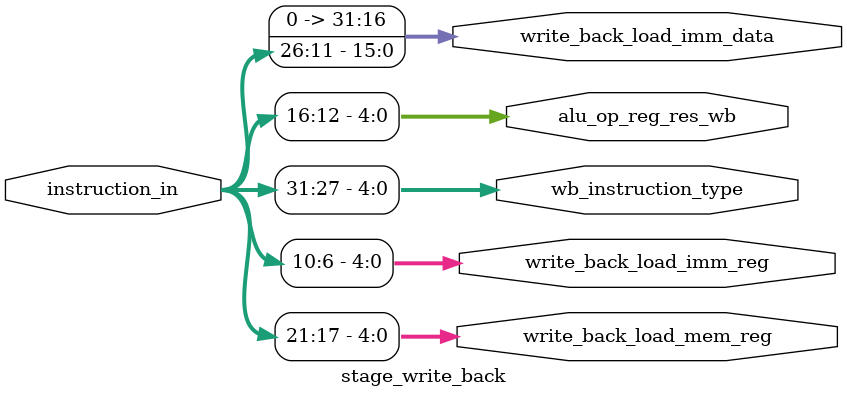
<source format=v>
module stage_write_back(
                        /* verilator lint_off UNUSED */
                        input [31:0] instruction_in,

                        output [4:0] write_back_load_mem_reg,
                        output [4:0] write_back_load_imm_reg,

                        output [4:0] wb_instruction_type,
                        output [4:0] alu_op_reg_res_wb,

                        output [31:0] write_back_load_imm_data);

   assign write_back_load_mem_reg = instruction_in[21:17];
   assign write_back_load_imm_reg = instruction_in[10:6];

   assign wb_instruction_type = instruction_in[31:27];

   assign alu_op_reg_res_wb = instruction_in[16:12];

   assign write_back_load_imm_data = {{16{1'b0}}, instruction_in[26:11]};
   
endmodule

</source>
